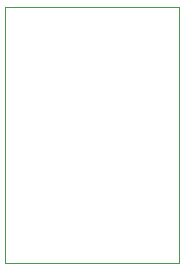
<source format=gbr>
G04 DipTrace 4.1.3.1*
G04 BoardOutline.gbr*
%MOIN*%
G04 #@! TF.FileFunction,Profile*
G04 #@! TF.Part,Single*
%ADD10C,0.004724*%
%FSLAX26Y26*%
G04*
G70*
G90*
G75*
G01*
G04 BoardOutline*
%LPD*%
X393701Y1246220D2*
D10*
Y393701D1*
X974803D1*
Y1246220D1*
X393701D1*
M02*

</source>
